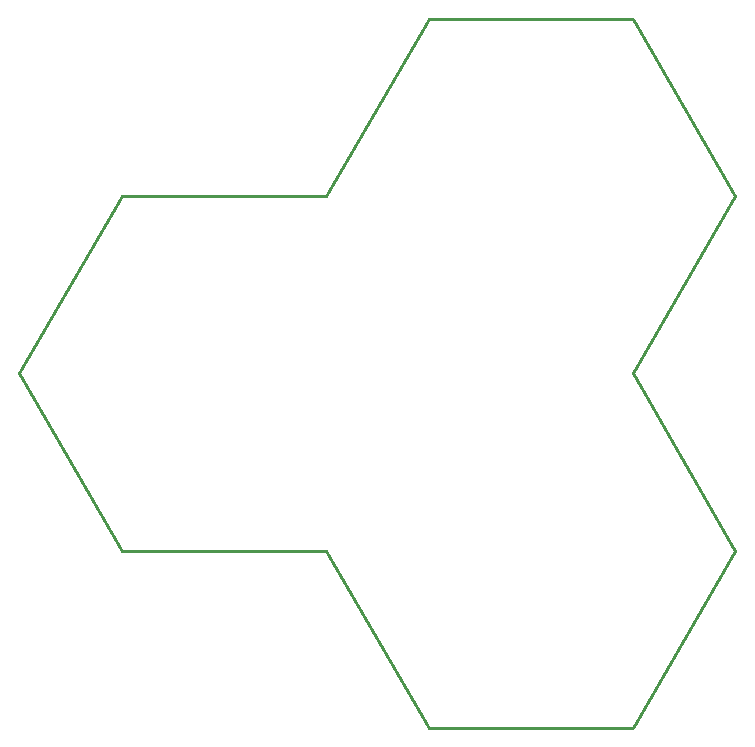
<source format=gbr>
G04 EAGLE Gerber RS-274X export*
G75*
%MOMM*%
%FSLAX34Y34*%
%LPD*%
%IN*%
%IPPOS*%
%AMOC8*
5,1,8,0,0,1.08239X$1,22.5*%
G01*
%ADD10C,0.254000*%


D10*
X-526663Y-775D02*
X-440063Y-150775D01*
X-266863Y-150775D01*
X-180263Y-300775D01*
X-7063Y-300775D01*
X79538Y-150775D01*
X-7063Y-775D01*
X79538Y149225D01*
X-7063Y299225D01*
X-180263Y299225D01*
X-266863Y149225D01*
X-440063Y149225D01*
X-526663Y-775D01*
M02*

</source>
